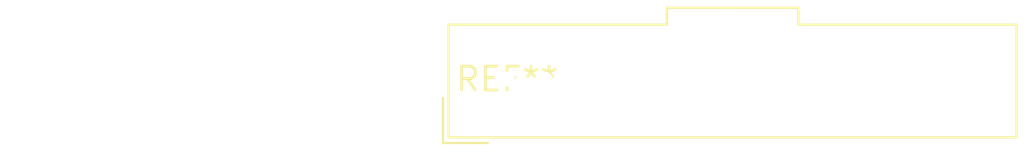
<source format=kicad_pcb>
(kicad_pcb (version 20240108) (generator pcbnew)
  (layers (0 "F.Cu" signal) (31 "B.Cu" signal) (34 "B.Paste" user) (35 "F.Paste" user) (36 "B.SilkS" user "B.Silkscreen") (37 "F.SilkS" user "F.Silkscreen") (38 "B.Mask" user) (39 "F.Mask" user) (44 "Edge.Cuts" user))
  (net 0 "")
  (footprint "Molex_MicroClasp_55932-1310_1x13_P2.00mm_Vertical" (layer "F.Cu") (at 0 0)
    (property "Reference" "REF**")
    (property "Value" "Molex_MicroClasp_55932-1310_1x13_P2.00mm_Vertical")
    (fp_line (start -3.41 1) (end -3.41 3.41) (layer "F.SilkS") (stroke (width 0.12)))
    (fp_line (start -3.41 3.41) (end -1 3.41) (layer "F.SilkS") (stroke (width 0.12)))
    (fp_line (start -3.11 -2.91) (end -3.11 3.11) (layer "F.SilkS") (stroke (width 0.12)))
    (fp_line (start -3.11 3.11) (end 12 3.11) (layer "F.SilkS") (stroke (width 0.12)))
    (fp_line (start 8.5 -3.81) (end 8.5 -2.91) (layer "F.SilkS") (stroke (width 0.12)))
    (fp_line (start 8.5 -2.91) (end -3.11 -2.91) (layer "F.SilkS") (stroke (width 0.12)))
    (fp_line (start 12 -3.81) (end 8.5 -3.81) (layer "F.SilkS") (stroke (width 0.12)))
    (fp_line (start 12 -3.81) (end 15.5 -3.81) (layer "F.SilkS") (stroke (width 0.12)))
    (fp_line (start 15.5 -3.81) (end 15.5 -2.91) (layer "F.SilkS") (stroke (width 0.12)))
    (fp_line (start 15.5 -2.91) (end 27.11 -2.91) (layer "F.SilkS") (stroke (width 0.12)))
    (fp_line (start 27.11 -2.91) (end 27.11 3.11) (layer "F.SilkS") (stroke (width 0.12)))
    (fp_line (start 27.11 3.11) (end 12 3.11) (layer "F.SilkS") (stroke (width 0.12)))
    (pad "" np_thru_hole circle (at 26 -1.9) (size 1.3 1.3) (drill 1.3) (layers *.Cu *.Mask))
    (pad "1" thru_hole roundrect (at 0 0) (size 1.2 1.8) (drill 0.8) (layers *.Cu *.Mask) (remove_unused_layers) (roundrect_rratio 0.208333))
    (pad "2" thru_hole oval (at 2 0) (size 1.2 1.8) (drill 0.8) (layers *.Cu *.Mask) (remove_unused_layers))
    (pad "3" thru_hole oval (at 4 0) (size 1.2 1.8) (drill 0.8) (layers *.Cu *.Mask) (remove_unused_layers))
    (pad "4" thru_hole oval (at 6 0) (size 1.2 1.8) (drill 0.8) (layers *.Cu *.Mask) (remove_unused_layers))
    (pad "5" thru_hole oval (at 8 0) (size 1.2 1.8) (drill 0.8) (layers *.Cu *.Mask) (remove_unused_layers))
    (pad "6" thru_hole oval (at 10 0) (size 1.2 1.8) (drill 0.8) (layers *.Cu *.Mask) (remove_unused_layers))
    (pad "7" thru_hole oval (at 12 0) (size 1.2 1.8) (drill 0.8) (layers *.Cu *.Mask) (remove_unused_layers))
    (pad "8" thru_hole oval (at 14 0) (size 1.2 1.8) (drill 0.8) (layers *.Cu *.Mask) (remove_unused_layers))
    (pad "9" thru_hole oval (at 16 0) (size 1.2 1.8) (drill 0.8) (layers *.Cu *.Mask) (remove_unused_layers))
    (pad "10" thru_hole oval (at 18 0) (size 1.2 1.8) (drill 0.8) (layers *.Cu *.Mask) (remove_unused_layers))
    (pad "11" thru_hole oval (at 20 0) (size 1.2 1.8) (drill 0.8) (layers *.Cu *.Mask) (remove_unused_layers))
    (pad "12" thru_hole oval (at 22 0) (size 1.2 1.8) (drill 0.8) (layers *.Cu *.Mask) (remove_unused_layers))
    (pad "13" thru_hole oval (at 24 0) (size 1.2 1.8) (drill 0.8) (layers *.Cu *.Mask) (remove_unused_layers))
  )
)
</source>
